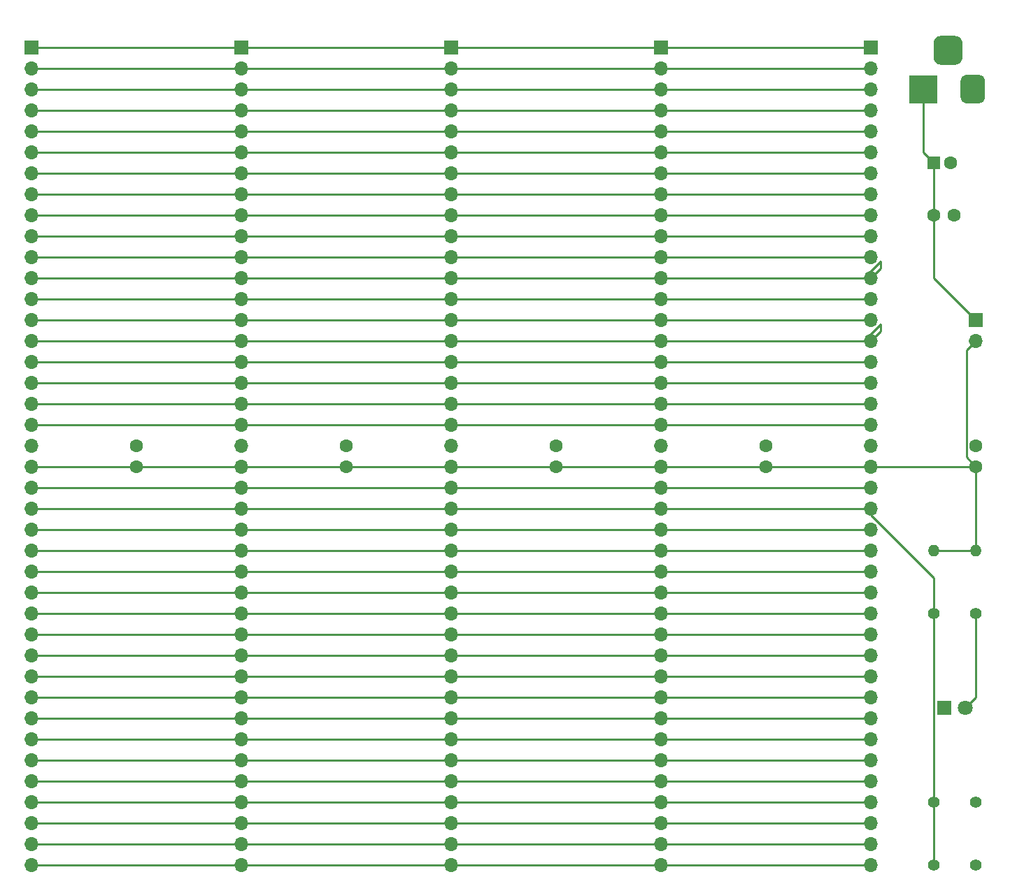
<source format=gbr>
%TF.GenerationSoftware,KiCad,Pcbnew,5.1.9+dfsg1-1*%
%TF.CreationDate,2021-08-13T01:52:04-07:00*%
%TF.ProjectId,Bus2021A_5Slot,42757332-3032-4314-915f-35536c6f742e,0*%
%TF.SameCoordinates,Original*%
%TF.FileFunction,Copper,L1,Top*%
%TF.FilePolarity,Positive*%
%FSLAX46Y46*%
G04 Gerber Fmt 4.6, Leading zero omitted, Abs format (unit mm)*
G04 Created by KiCad (PCBNEW 5.1.9+dfsg1-1) date 2021-08-13 01:52:04*
%MOMM*%
%LPD*%
G01*
G04 APERTURE LIST*
%TA.AperFunction,ComponentPad*%
%ADD10C,1.600000*%
%TD*%
%TA.AperFunction,ComponentPad*%
%ADD11R,1.600000X1.600000*%
%TD*%
%TA.AperFunction,ComponentPad*%
%ADD12O,1.700000X1.700000*%
%TD*%
%TA.AperFunction,ComponentPad*%
%ADD13R,1.700000X1.700000*%
%TD*%
%TA.AperFunction,ComponentPad*%
%ADD14R,1.800000X1.800000*%
%TD*%
%TA.AperFunction,ComponentPad*%
%ADD15C,1.800000*%
%TD*%
%TA.AperFunction,ComponentPad*%
%ADD16R,3.500000X3.500000*%
%TD*%
%TA.AperFunction,ComponentPad*%
%ADD17C,1.400000*%
%TD*%
%TA.AperFunction,ComponentPad*%
%ADD18O,1.400000X1.400000*%
%TD*%
%TA.AperFunction,ComponentPad*%
%ADD19C,1.397000*%
%TD*%
%TA.AperFunction,Conductor*%
%ADD20C,0.250000*%
%TD*%
G04 APERTURE END LIST*
D10*
%TO.P,C1,1*%
%TO.N,+5v*%
X39370000Y-72390000D03*
%TO.P,C1,2*%
%TO.N,GND*%
X39370000Y-69890000D03*
%TD*%
%TO.P,C2,2*%
%TO.N,GND*%
X64770000Y-69890000D03*
%TO.P,C2,1*%
%TO.N,+5v*%
X64770000Y-72390000D03*
%TD*%
%TO.P,C3,1*%
%TO.N,+5v*%
X90170000Y-72390000D03*
%TO.P,C3,2*%
%TO.N,GND*%
X90170000Y-69890000D03*
%TD*%
%TO.P,C4,2*%
%TO.N,GND*%
X115570000Y-69890000D03*
%TO.P,C4,1*%
%TO.N,+5v*%
X115570000Y-72390000D03*
%TD*%
%TO.P,C5,1*%
%TO.N,+5v*%
X140970000Y-72390000D03*
%TO.P,C5,2*%
%TO.N,GND*%
X140970000Y-69890000D03*
%TD*%
D11*
%TO.P,C6,1*%
%TO.N,Net-(C6-Pad1)*%
X135890000Y-35560000D03*
D10*
%TO.P,C6,2*%
%TO.N,GND*%
X137890000Y-35560000D03*
%TD*%
%TO.P,C7,2*%
%TO.N,GND*%
X138390000Y-41910000D03*
%TO.P,C7,1*%
%TO.N,Net-(C6-Pad1)*%
X135890000Y-41910000D03*
%TD*%
D12*
%TO.P,Con1,40*%
%TO.N,Net-(Con1-Pad40)*%
X128270000Y-120650000D03*
%TO.P,Con1,39*%
%TO.N,Net-(Con1-Pad39)*%
X128270000Y-118110000D03*
%TO.P,Con1,38*%
%TO.N,Net-(Con1-Pad38)*%
X128270000Y-115570000D03*
%TO.P,Con1,37*%
%TO.N,Net-(Con1-Pad37)*%
X128270000Y-113030000D03*
%TO.P,Con1,36*%
%TO.N,Net-(Con1-Pad36)*%
X128270000Y-110490000D03*
%TO.P,Con1,35*%
%TO.N,Net-(Con1-Pad35)*%
X128270000Y-107950000D03*
%TO.P,Con1,34*%
%TO.N,Net-(Con1-Pad34)*%
X128270000Y-105410000D03*
%TO.P,Con1,33*%
%TO.N,Net-(Con1-Pad33)*%
X128270000Y-102870000D03*
%TO.P,Con1,32*%
%TO.N,Net-(Con1-Pad32)*%
X128270000Y-100330000D03*
%TO.P,Con1,31*%
%TO.N,Net-(Con1-Pad31)*%
X128270000Y-97790000D03*
%TO.P,Con1,30*%
%TO.N,Net-(Con1-Pad30)*%
X128270000Y-95250000D03*
%TO.P,Con1,29*%
%TO.N,Net-(Con1-Pad29)*%
X128270000Y-92710000D03*
%TO.P,Con1,28*%
%TO.N,Net-(Con1-Pad28)*%
X128270000Y-90170000D03*
%TO.P,Con1,27*%
%TO.N,Net-(Con1-Pad27)*%
X128270000Y-87630000D03*
%TO.P,Con1,26*%
%TO.N,Net-(Con1-Pad26)*%
X128270000Y-85090000D03*
%TO.P,Con1,25*%
%TO.N,Net-(Con1-Pad25)*%
X128270000Y-82550000D03*
%TO.P,Con1,24*%
%TO.N,Net-(Con1-Pad24)*%
X128270000Y-80010000D03*
%TO.P,Con1,23*%
%TO.N,RESB*%
X128270000Y-77470000D03*
%TO.P,Con1,22*%
%TO.N,Net-(Con1-Pad22)*%
X128270000Y-74930000D03*
%TO.P,Con1,21*%
%TO.N,+5v*%
X128270000Y-72390000D03*
%TO.P,Con1,20*%
%TO.N,GND*%
X128270000Y-69850000D03*
%TO.P,Con1,19*%
%TO.N,Net-(Con1-Pad19)*%
X128270000Y-67310000D03*
%TO.P,Con1,18*%
%TO.N,Net-(Con1-Pad18)*%
X128270000Y-64770000D03*
%TO.P,Con1,17*%
%TO.N,Net-(Con1-Pad17)*%
X128270000Y-62230000D03*
%TO.P,Con1,16*%
%TO.N,Net-(Con1-Pad16)*%
X128270000Y-59690000D03*
%TO.P,Con1,15*%
%TO.N,Net-(Con1-Pad15)*%
X128270000Y-57150000D03*
%TO.P,Con1,14*%
%TO.N,Net-(Con1-Pad14)*%
X128270000Y-54610000D03*
%TO.P,Con1,13*%
%TO.N,Net-(Con1-Pad13)*%
X128270000Y-52070000D03*
%TO.P,Con1,12*%
%TO.N,Net-(Con1-Pad12)*%
X128270000Y-49530000D03*
%TO.P,Con1,11*%
%TO.N,Net-(Con1-Pad11)*%
X128270000Y-46990000D03*
%TO.P,Con1,10*%
%TO.N,Net-(Con1-Pad10)*%
X128270000Y-44450000D03*
%TO.P,Con1,9*%
%TO.N,Net-(Con1-Pad9)*%
X128270000Y-41910000D03*
%TO.P,Con1,8*%
%TO.N,Net-(Con1-Pad8)*%
X128270000Y-39370000D03*
%TO.P,Con1,7*%
%TO.N,Net-(Con1-Pad7)*%
X128270000Y-36830000D03*
%TO.P,Con1,6*%
%TO.N,Net-(Con1-Pad6)*%
X128270000Y-34290000D03*
%TO.P,Con1,5*%
%TO.N,Net-(Con1-Pad5)*%
X128270000Y-31750000D03*
%TO.P,Con1,4*%
%TO.N,Net-(Con1-Pad4)*%
X128270000Y-29210000D03*
%TO.P,Con1,3*%
%TO.N,Net-(Con1-Pad3)*%
X128270000Y-26670000D03*
%TO.P,Con1,2*%
%TO.N,Net-(Con1-Pad2)*%
X128270000Y-24130000D03*
D13*
%TO.P,Con1,1*%
%TO.N,Net-(Con1-Pad1)*%
X128270000Y-21590000D03*
%TD*%
%TO.P,Con2,1*%
%TO.N,Net-(Con1-Pad1)*%
X102870000Y-21590000D03*
D12*
%TO.P,Con2,2*%
%TO.N,Net-(Con1-Pad2)*%
X102870000Y-24130000D03*
%TO.P,Con2,3*%
%TO.N,Net-(Con1-Pad3)*%
X102870000Y-26670000D03*
%TO.P,Con2,4*%
%TO.N,Net-(Con1-Pad4)*%
X102870000Y-29210000D03*
%TO.P,Con2,5*%
%TO.N,Net-(Con1-Pad5)*%
X102870000Y-31750000D03*
%TO.P,Con2,6*%
%TO.N,Net-(Con1-Pad6)*%
X102870000Y-34290000D03*
%TO.P,Con2,7*%
%TO.N,Net-(Con1-Pad7)*%
X102870000Y-36830000D03*
%TO.P,Con2,8*%
%TO.N,Net-(Con1-Pad8)*%
X102870000Y-39370000D03*
%TO.P,Con2,9*%
%TO.N,Net-(Con1-Pad9)*%
X102870000Y-41910000D03*
%TO.P,Con2,10*%
%TO.N,Net-(Con1-Pad10)*%
X102870000Y-44450000D03*
%TO.P,Con2,11*%
%TO.N,Net-(Con1-Pad11)*%
X102870000Y-46990000D03*
%TO.P,Con2,12*%
%TO.N,Net-(Con1-Pad12)*%
X102870000Y-49530000D03*
%TO.P,Con2,13*%
%TO.N,Net-(Con1-Pad13)*%
X102870000Y-52070000D03*
%TO.P,Con2,14*%
%TO.N,Net-(Con1-Pad14)*%
X102870000Y-54610000D03*
%TO.P,Con2,15*%
%TO.N,Net-(Con1-Pad15)*%
X102870000Y-57150000D03*
%TO.P,Con2,16*%
%TO.N,Net-(Con1-Pad16)*%
X102870000Y-59690000D03*
%TO.P,Con2,17*%
%TO.N,Net-(Con1-Pad17)*%
X102870000Y-62230000D03*
%TO.P,Con2,18*%
%TO.N,Net-(Con1-Pad18)*%
X102870000Y-64770000D03*
%TO.P,Con2,19*%
%TO.N,Net-(Con1-Pad19)*%
X102870000Y-67310000D03*
%TO.P,Con2,20*%
%TO.N,GND*%
X102870000Y-69850000D03*
%TO.P,Con2,21*%
%TO.N,+5v*%
X102870000Y-72390000D03*
%TO.P,Con2,22*%
%TO.N,Net-(Con1-Pad22)*%
X102870000Y-74930000D03*
%TO.P,Con2,23*%
%TO.N,RESB*%
X102870000Y-77470000D03*
%TO.P,Con2,24*%
%TO.N,Net-(Con1-Pad24)*%
X102870000Y-80010000D03*
%TO.P,Con2,25*%
%TO.N,Net-(Con1-Pad25)*%
X102870000Y-82550000D03*
%TO.P,Con2,26*%
%TO.N,Net-(Con1-Pad26)*%
X102870000Y-85090000D03*
%TO.P,Con2,27*%
%TO.N,Net-(Con1-Pad27)*%
X102870000Y-87630000D03*
%TO.P,Con2,28*%
%TO.N,Net-(Con1-Pad28)*%
X102870000Y-90170000D03*
%TO.P,Con2,29*%
%TO.N,Net-(Con1-Pad29)*%
X102870000Y-92710000D03*
%TO.P,Con2,30*%
%TO.N,Net-(Con1-Pad30)*%
X102870000Y-95250000D03*
%TO.P,Con2,31*%
%TO.N,Net-(Con1-Pad31)*%
X102870000Y-97790000D03*
%TO.P,Con2,32*%
%TO.N,Net-(Con1-Pad32)*%
X102870000Y-100330000D03*
%TO.P,Con2,33*%
%TO.N,Net-(Con1-Pad33)*%
X102870000Y-102870000D03*
%TO.P,Con2,34*%
%TO.N,Net-(Con1-Pad34)*%
X102870000Y-105410000D03*
%TO.P,Con2,35*%
%TO.N,Net-(Con1-Pad35)*%
X102870000Y-107950000D03*
%TO.P,Con2,36*%
%TO.N,Net-(Con1-Pad36)*%
X102870000Y-110490000D03*
%TO.P,Con2,37*%
%TO.N,Net-(Con1-Pad37)*%
X102870000Y-113030000D03*
%TO.P,Con2,38*%
%TO.N,Net-(Con1-Pad38)*%
X102870000Y-115570000D03*
%TO.P,Con2,39*%
%TO.N,Net-(Con1-Pad39)*%
X102870000Y-118110000D03*
%TO.P,Con2,40*%
%TO.N,Net-(Con1-Pad40)*%
X102870000Y-120650000D03*
%TD*%
D13*
%TO.P,Con3,1*%
%TO.N,Net-(Con1-Pad1)*%
X77470000Y-21590000D03*
D12*
%TO.P,Con3,2*%
%TO.N,Net-(Con1-Pad2)*%
X77470000Y-24130000D03*
%TO.P,Con3,3*%
%TO.N,Net-(Con1-Pad3)*%
X77470000Y-26670000D03*
%TO.P,Con3,4*%
%TO.N,Net-(Con1-Pad4)*%
X77470000Y-29210000D03*
%TO.P,Con3,5*%
%TO.N,Net-(Con1-Pad5)*%
X77470000Y-31750000D03*
%TO.P,Con3,6*%
%TO.N,Net-(Con1-Pad6)*%
X77470000Y-34290000D03*
%TO.P,Con3,7*%
%TO.N,Net-(Con1-Pad7)*%
X77470000Y-36830000D03*
%TO.P,Con3,8*%
%TO.N,Net-(Con1-Pad8)*%
X77470000Y-39370000D03*
%TO.P,Con3,9*%
%TO.N,Net-(Con1-Pad9)*%
X77470000Y-41910000D03*
%TO.P,Con3,10*%
%TO.N,Net-(Con1-Pad10)*%
X77470000Y-44450000D03*
%TO.P,Con3,11*%
%TO.N,Net-(Con1-Pad11)*%
X77470000Y-46990000D03*
%TO.P,Con3,12*%
%TO.N,Net-(Con1-Pad12)*%
X77470000Y-49530000D03*
%TO.P,Con3,13*%
%TO.N,Net-(Con1-Pad13)*%
X77470000Y-52070000D03*
%TO.P,Con3,14*%
%TO.N,Net-(Con1-Pad14)*%
X77470000Y-54610000D03*
%TO.P,Con3,15*%
%TO.N,Net-(Con1-Pad15)*%
X77470000Y-57150000D03*
%TO.P,Con3,16*%
%TO.N,Net-(Con1-Pad16)*%
X77470000Y-59690000D03*
%TO.P,Con3,17*%
%TO.N,Net-(Con1-Pad17)*%
X77470000Y-62230000D03*
%TO.P,Con3,18*%
%TO.N,Net-(Con1-Pad18)*%
X77470000Y-64770000D03*
%TO.P,Con3,19*%
%TO.N,Net-(Con1-Pad19)*%
X77470000Y-67310000D03*
%TO.P,Con3,20*%
%TO.N,GND*%
X77470000Y-69850000D03*
%TO.P,Con3,21*%
%TO.N,+5v*%
X77470000Y-72390000D03*
%TO.P,Con3,22*%
%TO.N,Net-(Con1-Pad22)*%
X77470000Y-74930000D03*
%TO.P,Con3,23*%
%TO.N,RESB*%
X77470000Y-77470000D03*
%TO.P,Con3,24*%
%TO.N,Net-(Con1-Pad24)*%
X77470000Y-80010000D03*
%TO.P,Con3,25*%
%TO.N,Net-(Con1-Pad25)*%
X77470000Y-82550000D03*
%TO.P,Con3,26*%
%TO.N,Net-(Con1-Pad26)*%
X77470000Y-85090000D03*
%TO.P,Con3,27*%
%TO.N,Net-(Con1-Pad27)*%
X77470000Y-87630000D03*
%TO.P,Con3,28*%
%TO.N,Net-(Con1-Pad28)*%
X77470000Y-90170000D03*
%TO.P,Con3,29*%
%TO.N,Net-(Con1-Pad29)*%
X77470000Y-92710000D03*
%TO.P,Con3,30*%
%TO.N,Net-(Con1-Pad30)*%
X77470000Y-95250000D03*
%TO.P,Con3,31*%
%TO.N,Net-(Con1-Pad31)*%
X77470000Y-97790000D03*
%TO.P,Con3,32*%
%TO.N,Net-(Con1-Pad32)*%
X77470000Y-100330000D03*
%TO.P,Con3,33*%
%TO.N,Net-(Con1-Pad33)*%
X77470000Y-102870000D03*
%TO.P,Con3,34*%
%TO.N,Net-(Con1-Pad34)*%
X77470000Y-105410000D03*
%TO.P,Con3,35*%
%TO.N,Net-(Con1-Pad35)*%
X77470000Y-107950000D03*
%TO.P,Con3,36*%
%TO.N,Net-(Con1-Pad36)*%
X77470000Y-110490000D03*
%TO.P,Con3,37*%
%TO.N,Net-(Con1-Pad37)*%
X77470000Y-113030000D03*
%TO.P,Con3,38*%
%TO.N,Net-(Con1-Pad38)*%
X77470000Y-115570000D03*
%TO.P,Con3,39*%
%TO.N,Net-(Con1-Pad39)*%
X77470000Y-118110000D03*
%TO.P,Con3,40*%
%TO.N,Net-(Con1-Pad40)*%
X77470000Y-120650000D03*
%TD*%
D13*
%TO.P,Con4,1*%
%TO.N,Net-(Con1-Pad1)*%
X52070000Y-21590000D03*
D12*
%TO.P,Con4,2*%
%TO.N,Net-(Con1-Pad2)*%
X52070000Y-24130000D03*
%TO.P,Con4,3*%
%TO.N,Net-(Con1-Pad3)*%
X52070000Y-26670000D03*
%TO.P,Con4,4*%
%TO.N,Net-(Con1-Pad4)*%
X52070000Y-29210000D03*
%TO.P,Con4,5*%
%TO.N,Net-(Con1-Pad5)*%
X52070000Y-31750000D03*
%TO.P,Con4,6*%
%TO.N,Net-(Con1-Pad6)*%
X52070000Y-34290000D03*
%TO.P,Con4,7*%
%TO.N,Net-(Con1-Pad7)*%
X52070000Y-36830000D03*
%TO.P,Con4,8*%
%TO.N,Net-(Con1-Pad8)*%
X52070000Y-39370000D03*
%TO.P,Con4,9*%
%TO.N,Net-(Con1-Pad9)*%
X52070000Y-41910000D03*
%TO.P,Con4,10*%
%TO.N,Net-(Con1-Pad10)*%
X52070000Y-44450000D03*
%TO.P,Con4,11*%
%TO.N,Net-(Con1-Pad11)*%
X52070000Y-46990000D03*
%TO.P,Con4,12*%
%TO.N,Net-(Con1-Pad12)*%
X52070000Y-49530000D03*
%TO.P,Con4,13*%
%TO.N,Net-(Con1-Pad13)*%
X52070000Y-52070000D03*
%TO.P,Con4,14*%
%TO.N,Net-(Con1-Pad14)*%
X52070000Y-54610000D03*
%TO.P,Con4,15*%
%TO.N,Net-(Con1-Pad15)*%
X52070000Y-57150000D03*
%TO.P,Con4,16*%
%TO.N,Net-(Con1-Pad16)*%
X52070000Y-59690000D03*
%TO.P,Con4,17*%
%TO.N,Net-(Con1-Pad17)*%
X52070000Y-62230000D03*
%TO.P,Con4,18*%
%TO.N,Net-(Con1-Pad18)*%
X52070000Y-64770000D03*
%TO.P,Con4,19*%
%TO.N,Net-(Con1-Pad19)*%
X52070000Y-67310000D03*
%TO.P,Con4,20*%
%TO.N,GND*%
X52070000Y-69850000D03*
%TO.P,Con4,21*%
%TO.N,+5v*%
X52070000Y-72390000D03*
%TO.P,Con4,22*%
%TO.N,Net-(Con1-Pad22)*%
X52070000Y-74930000D03*
%TO.P,Con4,23*%
%TO.N,RESB*%
X52070000Y-77470000D03*
%TO.P,Con4,24*%
%TO.N,Net-(Con1-Pad24)*%
X52070000Y-80010000D03*
%TO.P,Con4,25*%
%TO.N,Net-(Con1-Pad25)*%
X52070000Y-82550000D03*
%TO.P,Con4,26*%
%TO.N,Net-(Con1-Pad26)*%
X52070000Y-85090000D03*
%TO.P,Con4,27*%
%TO.N,Net-(Con1-Pad27)*%
X52070000Y-87630000D03*
%TO.P,Con4,28*%
%TO.N,Net-(Con1-Pad28)*%
X52070000Y-90170000D03*
%TO.P,Con4,29*%
%TO.N,Net-(Con1-Pad29)*%
X52070000Y-92710000D03*
%TO.P,Con4,30*%
%TO.N,Net-(Con1-Pad30)*%
X52070000Y-95250000D03*
%TO.P,Con4,31*%
%TO.N,Net-(Con1-Pad31)*%
X52070000Y-97790000D03*
%TO.P,Con4,32*%
%TO.N,Net-(Con1-Pad32)*%
X52070000Y-100330000D03*
%TO.P,Con4,33*%
%TO.N,Net-(Con1-Pad33)*%
X52070000Y-102870000D03*
%TO.P,Con4,34*%
%TO.N,Net-(Con1-Pad34)*%
X52070000Y-105410000D03*
%TO.P,Con4,35*%
%TO.N,Net-(Con1-Pad35)*%
X52070000Y-107950000D03*
%TO.P,Con4,36*%
%TO.N,Net-(Con1-Pad36)*%
X52070000Y-110490000D03*
%TO.P,Con4,37*%
%TO.N,Net-(Con1-Pad37)*%
X52070000Y-113030000D03*
%TO.P,Con4,38*%
%TO.N,Net-(Con1-Pad38)*%
X52070000Y-115570000D03*
%TO.P,Con4,39*%
%TO.N,Net-(Con1-Pad39)*%
X52070000Y-118110000D03*
%TO.P,Con4,40*%
%TO.N,Net-(Con1-Pad40)*%
X52070000Y-120650000D03*
%TD*%
%TO.P,Con5,40*%
%TO.N,Net-(Con1-Pad40)*%
X26670000Y-120650000D03*
%TO.P,Con5,39*%
%TO.N,Net-(Con1-Pad39)*%
X26670000Y-118110000D03*
%TO.P,Con5,38*%
%TO.N,Net-(Con1-Pad38)*%
X26670000Y-115570000D03*
%TO.P,Con5,37*%
%TO.N,Net-(Con1-Pad37)*%
X26670000Y-113030000D03*
%TO.P,Con5,36*%
%TO.N,Net-(Con1-Pad36)*%
X26670000Y-110490000D03*
%TO.P,Con5,35*%
%TO.N,Net-(Con1-Pad35)*%
X26670000Y-107950000D03*
%TO.P,Con5,34*%
%TO.N,Net-(Con1-Pad34)*%
X26670000Y-105410000D03*
%TO.P,Con5,33*%
%TO.N,Net-(Con1-Pad33)*%
X26670000Y-102870000D03*
%TO.P,Con5,32*%
%TO.N,Net-(Con1-Pad32)*%
X26670000Y-100330000D03*
%TO.P,Con5,31*%
%TO.N,Net-(Con1-Pad31)*%
X26670000Y-97790000D03*
%TO.P,Con5,30*%
%TO.N,Net-(Con1-Pad30)*%
X26670000Y-95250000D03*
%TO.P,Con5,29*%
%TO.N,Net-(Con1-Pad29)*%
X26670000Y-92710000D03*
%TO.P,Con5,28*%
%TO.N,Net-(Con1-Pad28)*%
X26670000Y-90170000D03*
%TO.P,Con5,27*%
%TO.N,Net-(Con1-Pad27)*%
X26670000Y-87630000D03*
%TO.P,Con5,26*%
%TO.N,Net-(Con1-Pad26)*%
X26670000Y-85090000D03*
%TO.P,Con5,25*%
%TO.N,Net-(Con1-Pad25)*%
X26670000Y-82550000D03*
%TO.P,Con5,24*%
%TO.N,Net-(Con1-Pad24)*%
X26670000Y-80010000D03*
%TO.P,Con5,23*%
%TO.N,RESB*%
X26670000Y-77470000D03*
%TO.P,Con5,22*%
%TO.N,Net-(Con1-Pad22)*%
X26670000Y-74930000D03*
%TO.P,Con5,21*%
%TO.N,+5v*%
X26670000Y-72390000D03*
%TO.P,Con5,20*%
%TO.N,GND*%
X26670000Y-69850000D03*
%TO.P,Con5,19*%
%TO.N,Net-(Con1-Pad19)*%
X26670000Y-67310000D03*
%TO.P,Con5,18*%
%TO.N,Net-(Con1-Pad18)*%
X26670000Y-64770000D03*
%TO.P,Con5,17*%
%TO.N,Net-(Con1-Pad17)*%
X26670000Y-62230000D03*
%TO.P,Con5,16*%
%TO.N,Net-(Con1-Pad16)*%
X26670000Y-59690000D03*
%TO.P,Con5,15*%
%TO.N,Net-(Con1-Pad15)*%
X26670000Y-57150000D03*
%TO.P,Con5,14*%
%TO.N,Net-(Con1-Pad14)*%
X26670000Y-54610000D03*
%TO.P,Con5,13*%
%TO.N,Net-(Con1-Pad13)*%
X26670000Y-52070000D03*
%TO.P,Con5,12*%
%TO.N,Net-(Con1-Pad12)*%
X26670000Y-49530000D03*
%TO.P,Con5,11*%
%TO.N,Net-(Con1-Pad11)*%
X26670000Y-46990000D03*
%TO.P,Con5,10*%
%TO.N,Net-(Con1-Pad10)*%
X26670000Y-44450000D03*
%TO.P,Con5,9*%
%TO.N,Net-(Con1-Pad9)*%
X26670000Y-41910000D03*
%TO.P,Con5,8*%
%TO.N,Net-(Con1-Pad8)*%
X26670000Y-39370000D03*
%TO.P,Con5,7*%
%TO.N,Net-(Con1-Pad7)*%
X26670000Y-36830000D03*
%TO.P,Con5,6*%
%TO.N,Net-(Con1-Pad6)*%
X26670000Y-34290000D03*
%TO.P,Con5,5*%
%TO.N,Net-(Con1-Pad5)*%
X26670000Y-31750000D03*
%TO.P,Con5,4*%
%TO.N,Net-(Con1-Pad4)*%
X26670000Y-29210000D03*
%TO.P,Con5,3*%
%TO.N,Net-(Con1-Pad3)*%
X26670000Y-26670000D03*
%TO.P,Con5,2*%
%TO.N,Net-(Con1-Pad2)*%
X26670000Y-24130000D03*
D13*
%TO.P,Con5,1*%
%TO.N,Net-(Con1-Pad1)*%
X26670000Y-21590000D03*
%TD*%
D14*
%TO.P,D1,1*%
%TO.N,GND*%
X137160000Y-101600000D03*
D15*
%TO.P,D1,2*%
%TO.N,Net-(D1-Pad2)*%
X139700000Y-101600000D03*
%TD*%
D16*
%TO.P,J1,1*%
%TO.N,Net-(C6-Pad1)*%
X134620000Y-26670000D03*
%TO.P,J1,2*%
%TO.N,GND*%
%TA.AperFunction,ComponentPad*%
G36*
G01*
X142120000Y-25670000D02*
X142120000Y-27670000D01*
G75*
G02*
X141370000Y-28420000I-750000J0D01*
G01*
X139870000Y-28420000D01*
G75*
G02*
X139120000Y-27670000I0J750000D01*
G01*
X139120000Y-25670000D01*
G75*
G02*
X139870000Y-24920000I750000J0D01*
G01*
X141370000Y-24920000D01*
G75*
G02*
X142120000Y-25670000I0J-750000D01*
G01*
G37*
%TD.AperFunction*%
%TO.P,J1,3*%
%TO.N,N/C*%
%TA.AperFunction,ComponentPad*%
G36*
G01*
X139370000Y-21095000D02*
X139370000Y-22845000D01*
G75*
G02*
X138495000Y-23720000I-875000J0D01*
G01*
X136745000Y-23720000D01*
G75*
G02*
X135870000Y-22845000I0J875000D01*
G01*
X135870000Y-21095000D01*
G75*
G02*
X136745000Y-20220000I875000J0D01*
G01*
X138495000Y-20220000D01*
G75*
G02*
X139370000Y-21095000I0J-875000D01*
G01*
G37*
%TD.AperFunction*%
%TD*%
D17*
%TO.P,R1,1*%
%TO.N,RESB*%
X135890000Y-90170000D03*
D18*
%TO.P,R1,2*%
%TO.N,+5v*%
X135890000Y-82550000D03*
%TD*%
%TO.P,R2,2*%
%TO.N,+5v*%
X140970000Y-82550000D03*
D17*
%TO.P,R2,1*%
%TO.N,Net-(D1-Pad2)*%
X140970000Y-90170000D03*
%TD*%
D19*
%TO.P,SW1,1*%
%TO.N,GND*%
X140970000Y-120650000D03*
%TO.P,SW1,2*%
%TO.N,RESB*%
X135890000Y-120650000D03*
%TO.P,SW1,1*%
%TO.N,GND*%
X140970000Y-113030000D03*
%TO.P,SW1,2*%
%TO.N,RESB*%
X135890000Y-113030000D03*
%TD*%
D13*
%TO.P,SW2,1*%
%TO.N,Net-(C6-Pad1)*%
X140970000Y-54610000D03*
D12*
%TO.P,SW2,2*%
%TO.N,+5v*%
X140970000Y-57150000D03*
%TD*%
D20*
%TO.N,+5v*%
X139844999Y-71264999D02*
X140970000Y-72390000D01*
X139844999Y-58275001D02*
X139844999Y-71264999D01*
X140970000Y-57150000D02*
X139844999Y-58275001D01*
X140970000Y-72390000D02*
X140970000Y-82550000D01*
X140970000Y-82550000D02*
X135890000Y-82550000D01*
X140970000Y-72390000D02*
X128270000Y-72390000D01*
X128270000Y-72390000D02*
X115570000Y-72390000D01*
X115570000Y-72390000D02*
X102870000Y-72390000D01*
X52870998Y-72390000D02*
X26670000Y-72390000D01*
X102870000Y-72390000D02*
X52870998Y-72390000D01*
%TO.N,Net-(C6-Pad1)*%
X134620000Y-34290000D02*
X135890000Y-35560000D01*
X134620000Y-26670000D02*
X134620000Y-34290000D01*
X135890000Y-35560000D02*
X135890000Y-41910000D01*
X135890000Y-49530000D02*
X140970000Y-54610000D01*
X135890000Y-41910000D02*
X135890000Y-49530000D01*
%TO.N,Net-(Con1-Pad40)*%
X128270000Y-120650000D02*
X26670000Y-120650000D01*
%TO.N,Net-(Con1-Pad39)*%
X128270000Y-118110000D02*
X26670000Y-118110000D01*
%TO.N,Net-(Con1-Pad38)*%
X128270000Y-115570000D02*
X26670000Y-115570000D01*
%TO.N,Net-(Con1-Pad37)*%
X78270998Y-113030000D02*
X26670000Y-113030000D01*
X128270000Y-113030000D02*
X78270998Y-113030000D01*
%TO.N,Net-(Con1-Pad36)*%
X128270000Y-110490000D02*
X26670000Y-110490000D01*
%TO.N,Net-(Con1-Pad35)*%
X128270000Y-107950000D02*
X26670000Y-107950000D01*
%TO.N,Net-(Con1-Pad34)*%
X128270000Y-105410000D02*
X26670000Y-105410000D01*
%TO.N,Net-(Con1-Pad33)*%
X128270000Y-102870000D02*
X26670000Y-102870000D01*
%TO.N,Net-(Con1-Pad32)*%
X128270000Y-100330000D02*
X26670000Y-100330000D01*
%TO.N,Net-(Con1-Pad31)*%
X128270000Y-97790000D02*
X26670000Y-97790000D01*
%TO.N,Net-(Con1-Pad30)*%
X128270000Y-95250000D02*
X26670000Y-95250000D01*
%TO.N,Net-(Con1-Pad29)*%
X128270000Y-92710000D02*
X26670000Y-92710000D01*
%TO.N,Net-(Con1-Pad28)*%
X128270000Y-90170000D02*
X26670000Y-90170000D01*
%TO.N,Net-(Con1-Pad27)*%
X128270000Y-87630000D02*
X26670000Y-87630000D01*
%TO.N,Net-(Con1-Pad26)*%
X128270000Y-85090000D02*
X26670000Y-85090000D01*
%TO.N,Net-(Con1-Pad25)*%
X128270000Y-82550000D02*
X26670000Y-82550000D01*
%TO.N,Net-(Con1-Pad24)*%
X78270998Y-80010000D02*
X26670000Y-80010000D01*
X128270000Y-80010000D02*
X78270998Y-80010000D01*
%TO.N,RESB*%
X128270000Y-78270998D02*
X128270000Y-77470000D01*
X135890000Y-85890998D02*
X128270000Y-78270998D01*
X135890000Y-90170000D02*
X135890000Y-85890998D01*
X135890000Y-120650000D02*
X135890000Y-113030000D01*
X135890000Y-113030000D02*
X135890000Y-90170000D01*
X128270000Y-77470000D02*
X26670000Y-77470000D01*
%TO.N,Net-(Con1-Pad22)*%
X128270000Y-74930000D02*
X26670000Y-74930000D01*
%TO.N,Net-(Con1-Pad19)*%
X128270000Y-67310000D02*
X26670000Y-67310000D01*
%TO.N,Net-(Con1-Pad18)*%
X128270000Y-64770000D02*
X26670000Y-64770000D01*
%TO.N,Net-(Con1-Pad17)*%
X128270000Y-62230000D02*
X26670000Y-62230000D01*
%TO.N,Net-(Con1-Pad16)*%
X78270998Y-59690000D02*
X26670000Y-59690000D01*
X128270000Y-59690000D02*
X78270998Y-59690000D01*
%TO.N,Net-(Con1-Pad15)*%
X129445001Y-55174001D02*
X127469002Y-57150000D01*
X127469002Y-57150000D02*
X26670000Y-57150000D01*
X129445001Y-55974999D02*
X129445001Y-55174001D01*
X128270000Y-57150000D02*
X129445001Y-55974999D01*
%TO.N,Net-(Con1-Pad14)*%
X128270000Y-54610000D02*
X26670000Y-54610000D01*
%TO.N,Net-(Con1-Pad13)*%
X128270000Y-52070000D02*
X26670000Y-52070000D01*
%TO.N,Net-(Con1-Pad12)*%
X127469002Y-49530000D02*
X26670000Y-49530000D01*
X129445001Y-47554001D02*
X127469002Y-49530000D01*
X129445001Y-48354999D02*
X129445001Y-47554001D01*
X128270000Y-49530000D02*
X129445001Y-48354999D01*
%TO.N,Net-(Con1-Pad11)*%
X128270000Y-46990000D02*
X26670000Y-46990000D01*
%TO.N,Net-(Con1-Pad10)*%
X52870998Y-44450000D02*
X26670000Y-44450000D01*
X128270000Y-44450000D02*
X52870998Y-44450000D01*
%TO.N,Net-(Con1-Pad9)*%
X128270000Y-41910000D02*
X26670000Y-41910000D01*
%TO.N,Net-(Con1-Pad8)*%
X128270000Y-39370000D02*
X26670000Y-39370000D01*
%TO.N,Net-(Con1-Pad7)*%
X128270000Y-36830000D02*
X26670000Y-36830000D01*
%TO.N,Net-(Con1-Pad6)*%
X52870998Y-34290000D02*
X26670000Y-34290000D01*
X128270000Y-34290000D02*
X52870998Y-34290000D01*
%TO.N,Net-(Con1-Pad5)*%
X128270000Y-31750000D02*
X26670000Y-31750000D01*
%TO.N,Net-(Con1-Pad4)*%
X128270000Y-29210000D02*
X26670000Y-29210000D01*
%TO.N,Net-(Con1-Pad3)*%
X128270000Y-26670000D02*
X26670000Y-26670000D01*
%TO.N,Net-(Con1-Pad2)*%
X128270000Y-24130000D02*
X26670000Y-24130000D01*
%TO.N,Net-(Con1-Pad1)*%
X128270000Y-21590000D02*
X26670000Y-21590000D01*
%TO.N,Net-(D1-Pad2)*%
X140970000Y-100330000D02*
X139700000Y-101600000D01*
X140970000Y-90170000D02*
X140970000Y-100330000D01*
%TD*%
M02*

</source>
